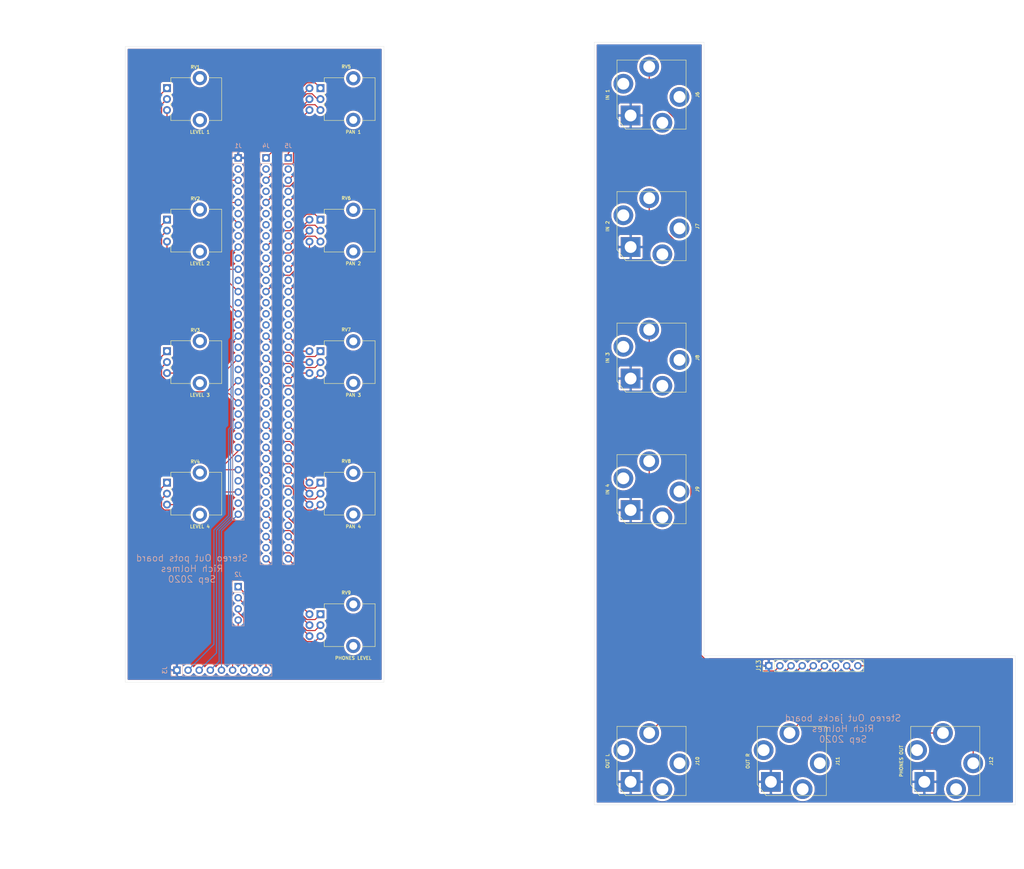
<source format=kicad_pcb>
(kicad_pcb (version 20171130) (host pcbnew 5.1.6-c6e7f7d~87~ubuntu20.04.1)
  (layers (0 F.Cu signal) (31 B.Cu signal) (34 B.Paste user) (35 F.Paste user) (36 B.SilkS user) (37 F.SilkS user) (38 B.Mask user) (39 F.Mask user) (44 Edge.Cuts user))
  (net 0 "")
  (net 1 /IN4)
  (net 2 "Net-(J1-Pad32)")
  (net 3 /LEV4_3)
  (net 4 "Net-(J1-Pad30)")
  (net 5 /LEV4_2)
  (net 6 "Net-(J1-Pad28)")
  (net 7 /LEV4_1)
  (net 8 "Net-(J1-Pad26)")
  (net 9 /IN3)
  (net 10 "Net-(J1-Pad24)")
  (net 11 /LEV3_3)
  (net 12 "Net-(J1-Pad22)")
  (net 13 /LEV3_2)
  (net 14 "Net-(J1-Pad20)")
  (net 15 /LEV3_1)
  (net 16 "Net-(J1-Pad18)")
  (net 17 /IN2)
  (net 18 "Net-(J1-Pad16)")
  (net 19 /LEV2_3)
  (net 20 "Net-(J1-Pad14)")
  (net 21 /LEV2_2)
  (net 22 "Net-(J1-Pad12)")
  (net 23 /LEV2_1)
  (net 24 "Net-(J1-Pad10)")
  (net 25 /IN1)
  (net 26 "Net-(J1-Pad8)")
  (net 27 /LEV1_3)
  (net 28 "Net-(J1-Pad6)")
  (net 29 /LEV1_2)
  (net 30 "Net-(J1-Pad4)")
  (net 31 /LEV1_1)
  (net 32 "Net-(J1-Pad2)")
  (net 33 GND)
  (net 34 /LO)
  (net 35 /RO)
  (net 36 /HL)
  (net 37 /HR)
  (net 38 /HVOL1_3)
  (net 39 "Net-(J4-Pad28)")
  (net 40 /HVOL1_2)
  (net 41 "Net-(J4-Pad26)")
  (net 42 /HVOL1_1)
  (net 43 "Net-(J4-Pad24)")
  (net 44 /PAN4_3)
  (net 45 "Net-(J4-Pad22)")
  (net 46 /PAN4_2)
  (net 47 "Net-(J4-Pad20)")
  (net 48 /PAN4_1)
  (net 49 "Net-(J4-Pad18)")
  (net 50 /PAN3_3)
  (net 51 "Net-(J4-Pad16)")
  (net 52 /PAN3_2)
  (net 53 "Net-(J4-Pad14)")
  (net 54 /PAN3_1)
  (net 55 "Net-(J4-Pad12)")
  (net 56 /PAN2_3)
  (net 57 "Net-(J4-Pad10)")
  (net 58 /PAN2_2)
  (net 59 "Net-(J4-Pad8)")
  (net 60 /PAN2_1)
  (net 61 "Net-(J4-Pad6)")
  (net 62 /PAN1_3)
  (net 63 "Net-(J4-Pad4)")
  (net 64 /PAN1_2)
  (net 65 "Net-(J4-Pad2)")
  (net 66 /PAN1_1)
  (net 67 /HVOL1_6)
  (net 68 "Net-(J5-Pad28)")
  (net 69 /HVOL1_5)
  (net 70 "Net-(J5-Pad26)")
  (net 71 /HVOL1_4)
  (net 72 "Net-(J5-Pad24)")
  (net 73 /PAN4_6)
  (net 74 "Net-(J5-Pad22)")
  (net 75 /PAN4_5)
  (net 76 "Net-(J5-Pad20)")
  (net 77 /PAN4_4)
  (net 78 "Net-(J5-Pad18)")
  (net 79 /PAN3_6)
  (net 80 "Net-(J5-Pad16)")
  (net 81 /PAN3_5)
  (net 82 "Net-(J5-Pad14)")
  (net 83 /PAN3_4)
  (net 84 "Net-(J5-Pad12)")
  (net 85 /PAN2_6)
  (net 86 "Net-(J5-Pad10)")
  (net 87 /PAN2_5)
  (net 88 "Net-(J5-Pad8)")
  (net 89 /PAN2_4)
  (net 90 "Net-(J5-Pad6)")
  (net 91 /PAN1_6)
  (net 92 "Net-(J5-Pad4)")
  (net 93 /PAN1_5)
  (net 94 "Net-(J5-Pad2)")
  (net 95 /PAN1_4)
  (net 96 "Net-(J4-Pad36)")
  (net 97 "Net-(J4-Pad34)")
  (net 98 "Net-(J4-Pad32)")
  (net 99 "Net-(J4-Pad31)")
  (net 100 "Net-(J4-Pad30)")
  (net 101 "Net-(J4-Pad23)")
  (net 102 "Net-(J4-Pad15)")
  (net 103 "Net-(J4-Pad7)")
  (net 104 "Net-(J5-Pad36)")
  (net 105 "Net-(J5-Pad34)")
  (net 106 "Net-(J5-Pad32)")
  (net 107 "Net-(J5-Pad31)")
  (net 108 "Net-(J5-Pad30)")
  (net 109 "Net-(J5-Pad29)")
  (net 110 "Net-(J5-Pad15)")
  (net 111 "Net-(J5-Pad7)")
  (net 112 "Net-(J13-Pad2)")
  (net 113 "Net-(J13-Pad3)")
  (net 114 "Net-(J13-Pad4)")
  (net 115 "Net-(J13-Pad5)")
  (net 116 "Net-(J10-PadT)")
  (net 117 "Net-(J11-PadT)")
  (net 118 "Net-(J12-PadR)")
  (net 119 "Net-(J12-PadT)")
  (module ao_tht:Potentiometer_Alpha_RD902F-40-00D_Dual_Vertical_CircularHoles_centered (layer F.Cu) (at 97 57)
    (fp_text reference RV6 (at -1.63 -7.4 180) (layer F.SilkS) (effects (font (size 0.75 0.75))))
    (fp_text value R_POT)
    (fp_text user "PAN 2" (at 0 7.5) (layer F.SilkS) (effects (font (size 0.75 0.75))))
    (pad 1 thru_hole rect (at -7.5 -2.5 90) (size 1.8 1.8) (drill 1) (layers *.Cu *.Mask) (net 60 /PAN2_1))
    (pad 2 thru_hole circle (at -7.5 0 90) (size 1.8 1.8) (drill 1) (layers *.Cu *.Mask) (net 58 /PAN2_2))
    (pad 3 thru_hole circle (at -7.5 2.5 90) (size 1.8 1.8) (drill 1) (layers *.Cu *.Mask) (net 56 /PAN2_3))
    (pad "" thru_hole circle (at 0 4.75 90) (size 3.24 3.24) (drill 1.8) (layers *.Cu *.Mask))
    (pad "" thru_hole circle (at 0 -4.75 90) (size 3.24 3.24) (drill 1.8) (layers *.Cu *.Mask))
    (pad 6 thru_hole circle (at -10 2.5 90) (size 1.8 1.8) (drill 1) (layers *.Cu *.Mask) (net 85 /PAN2_6))
    (pad 5 thru_hole circle (at -10 0 90) (size 1.8 1.8) (drill 1) (layers *.Cu *.Mask) (net 87 /PAN2_5))
    (pad 4 thru_hole circle (at -10 -2.5 90) (size 1.8 1.8) (drill 1) (layers *.Cu *.Mask) (net 89 /PAN2_4))
  )
  (module Connector_PinSocket_2.54mm:PinSocket_1x09_P2.54mm_Vertical (layer B.Cu) (at 56.77 157.26 270)
    (fp_text reference J3 (at 0 2.77 270) (layer B.SilkS) (effects (justify mirror)))
    (fp_text value Conn_01x09)
    (pad 1 thru_hole rect (at 0 0 270) (size 1.7 1.7) (drill 1) (layers *.Cu *.Mask) (net 33 GND))
    (pad 2 thru_hole oval (at 0 -2.54 270) (size 1.7 1.7) (drill 1) (layers *.Cu *.Mask) (net 25 /IN1))
    (pad 3 thru_hole oval (at 0 -5.08 270) (size 1.7 1.7) (drill 1) (layers *.Cu *.Mask) (net 17 /IN2))
    (pad 4 thru_hole oval (at 0 -7.62 270) (size 1.7 1.7) (drill 1) (layers *.Cu *.Mask) (net 9 /IN3))
    (pad 5 thru_hole oval (at 0 -10.16 270) (size 1.7 1.7) (drill 1) (layers *.Cu *.Mask) (net 1 /IN4))
    (pad 6 thru_hole oval (at 0 -12.7 270) (size 1.7 1.7) (drill 1) (layers *.Cu *.Mask) (net 34 /LO))
    (pad 7 thru_hole oval (at 0 -15.24 270) (size 1.7 1.7) (drill 1) (layers *.Cu *.Mask) (net 35 /RO))
    (pad 8 thru_hole oval (at 0 -17.78 270) (size 1.7 1.7) (drill 1) (layers *.Cu *.Mask) (net 36 /HL))
    (pad 9 thru_hole oval (at 0 -20.32 270) (size 1.7 1.7) (drill 1) (layers *.Cu *.Mask) (net 37 /HR))
  )
  (module ao_tht:Potentiometer_Alpha_RD902F-40-00D_Dual_Vertical_CircularHoles_centered (layer F.Cu) (at 97 87)
    (fp_text reference RV7 (at -1.63 -7.4 180) (layer F.SilkS) (effects (font (size 0.75 0.75))))
    (fp_text value R_POT)
    (fp_text user "PAN 3" (at 0 7.5) (layer F.SilkS) (effects (font (size 0.75 0.75))))
    (pad 1 thru_hole rect (at -7.5 -2.5 90) (size 1.8 1.8) (drill 1) (layers *.Cu *.Mask) (net 54 /PAN3_1))
    (pad 2 thru_hole circle (at -7.5 0 90) (size 1.8 1.8) (drill 1) (layers *.Cu *.Mask) (net 52 /PAN3_2))
    (pad 3 thru_hole circle (at -7.5 2.5 90) (size 1.8 1.8) (drill 1) (layers *.Cu *.Mask) (net 50 /PAN3_3))
    (pad "" thru_hole circle (at 0 4.75 90) (size 3.24 3.24) (drill 1.8) (layers *.Cu *.Mask))
    (pad "" thru_hole circle (at 0 -4.75 90) (size 3.24 3.24) (drill 1.8) (layers *.Cu *.Mask))
    (pad 6 thru_hole circle (at -10 2.5 90) (size 1.8 1.8) (drill 1) (layers *.Cu *.Mask) (net 79 /PAN3_6))
    (pad 5 thru_hole circle (at -10 0 90) (size 1.8 1.8) (drill 1) (layers *.Cu *.Mask) (net 81 /PAN3_5))
    (pad 4 thru_hole circle (at -10 -2.5 90) (size 1.8 1.8) (drill 1) (layers *.Cu *.Mask) (net 83 /PAN3_4))
  )
  (module ao_tht:Potentiometer_Alpha_RD902F-40-00D_Dual_Vertical_CircularHoles_centered (layer F.Cu) (at 97 147)
    (fp_text reference RV9 (at -1.63 -7.4 180) (layer F.SilkS) (effects (font (size 0.75 0.75))))
    (fp_text value R_POT)
    (fp_text user "PHONES LEVEL" (at 0 7.5) (layer F.SilkS) (effects (font (size 0.75 0.75))))
    (pad 1 thru_hole rect (at -7.5 -2.5 90) (size 1.8 1.8) (drill 1) (layers *.Cu *.Mask) (net 42 /HVOL1_1))
    (pad 2 thru_hole circle (at -7.5 0 90) (size 1.8 1.8) (drill 1) (layers *.Cu *.Mask) (net 40 /HVOL1_2))
    (pad 3 thru_hole circle (at -7.5 2.5 90) (size 1.8 1.8) (drill 1) (layers *.Cu *.Mask) (net 38 /HVOL1_3))
    (pad "" thru_hole circle (at 0 4.75 90) (size 3.24 3.24) (drill 1.8) (layers *.Cu *.Mask))
    (pad "" thru_hole circle (at 0 -4.75 90) (size 3.24 3.24) (drill 1.8) (layers *.Cu *.Mask))
    (pad 6 thru_hole circle (at -10 2.5 90) (size 1.8 1.8) (drill 1) (layers *.Cu *.Mask) (net 67 /HVOL1_6))
    (pad 5 thru_hole circle (at -10 0 90) (size 1.8 1.8) (drill 1) (layers *.Cu *.Mask) (net 69 /HVOL1_5))
    (pad 4 thru_hole circle (at -10 -2.5 90) (size 1.8 1.8) (drill 1) (layers *.Cu *.Mask) (net 71 /HVOL1_4))
  )
  (module Connector_PinSocket_2.54mm:PinSocket_1x37_P2.54mm_Vertical (layer B.Cu) (at 82.17 40.42 180)
    (fp_text reference J5 (at 0 2.77) (layer B.SilkS) (effects (justify mirror)))
    (fp_text value Conn_01x37)
    (pad 1 thru_hole rect (at 0 0 180) (size 1.7 1.7) (drill 1) (layers *.Cu *.Mask) (net 95 /PAN1_4))
    (pad 2 thru_hole oval (at 0 -2.54 180) (size 1.7 1.7) (drill 1) (layers *.Cu *.Mask) (net 94 "Net-(J5-Pad2)"))
    (pad 3 thru_hole oval (at 0 -5.08 180) (size 1.7 1.7) (drill 1) (layers *.Cu *.Mask) (net 93 /PAN1_5))
    (pad 4 thru_hole oval (at 0 -7.62 180) (size 1.7 1.7) (drill 1) (layers *.Cu *.Mask) (net 92 "Net-(J5-Pad4)"))
    (pad 5 thru_hole oval (at 0 -10.16 180) (size 1.7 1.7) (drill 1) (layers *.Cu *.Mask) (net 91 /PAN1_6))
    (pad 6 thru_hole oval (at 0 -12.7 180) (size 1.7 1.7) (drill 1) (layers *.Cu *.Mask) (net 90 "Net-(J5-Pad6)"))
    (pad 7 thru_hole oval (at 0 -15.24 180) (size 1.7 1.7) (drill 1) (layers *.Cu *.Mask) (net 111 "Net-(J5-Pad7)"))
    (pad 8 thru_hole oval (at 0 -17.78 180) (size 1.7 1.7) (drill 1) (layers *.Cu *.Mask) (net 88 "Net-(J5-Pad8)"))
    (pad 9 thru_hole oval (at 0 -20.32 180) (size 1.7 1.7) (drill 1) (layers *.Cu *.Mask) (net 89 /PAN2_4))
    (pad 10 thru_hole oval (at 0 -22.86 180) (size 1.7 1.7) (drill 1) (layers *.Cu *.Mask) (net 86 "Net-(J5-Pad10)"))
    (pad 11 thru_hole oval (at 0 -25.4 180) (size 1.7 1.7) (drill 1) (layers *.Cu *.Mask) (net 87 /PAN2_5))
    (pad 12 thru_hole oval (at 0 -27.94 180) (size 1.7 1.7) (drill 1) (layers *.Cu *.Mask) (net 84 "Net-(J5-Pad12)"))
    (pad 13 thru_hole oval (at 0 -30.48 180) (size 1.7 1.7) (drill 1) (layers *.Cu *.Mask) (net 85 /PAN2_6))
    (pad 14 thru_hole oval (at 0 -33.02 180) (size 1.7 1.7) (drill 1) (layers *.Cu *.Mask) (net 82 "Net-(J5-Pad14)"))
    (pad 15 thru_hole oval (at 0 -35.56 180) (size 1.7 1.7) (drill 1) (layers *.Cu *.Mask) (net 110 "Net-(J5-Pad15)"))
    (pad 16 thru_hole oval (at 0 -38.1 180) (size 1.7 1.7) (drill 1) (layers *.Cu *.Mask) (net 80 "Net-(J5-Pad16)"))
    (pad 17 thru_hole oval (at 0 -40.64 180) (size 1.7 1.7) (drill 1) (layers *.Cu *.Mask) (net 83 /PAN3_4))
    (pad 18 thru_hole oval (at 0 -43.18 180) (size 1.7 1.7) (drill 1) (layers *.Cu *.Mask) (net 78 "Net-(J5-Pad18)"))
    (pad 19 thru_hole oval (at 0 -45.72 180) (size 1.7 1.7) (drill 1) (layers *.Cu *.Mask) (net 81 /PAN3_5))
    (pad 20 thru_hole oval (at 0 -48.26 180) (size 1.7 1.7) (drill 1) (layers *.Cu *.Mask) (net 76 "Net-(J5-Pad20)"))
    (pad 21 thru_hole oval (at 0 -50.8 180) (size 1.7 1.7) (drill 1) (layers *.Cu *.Mask) (net 79 /PAN3_6))
    (pad 22 thru_hole oval (at 0 -53.34 180) (size 1.7 1.7) (drill 1) (layers *.Cu *.Mask) (net 74 "Net-(J5-Pad22)"))
    (pad 23 thru_hole oval (at 0 -55.88 180) (size 1.7 1.7) (drill 1) (layers *.Cu *.Mask) (net 77 /PAN4_4))
    (pad 24 thru_hole oval (at 0 -58.42 180) (size 1.7 1.7) (drill 1) (layers *.Cu *.Mask) (net 72 "Net-(J5-Pad24)"))
    (pad 25 thru_hole oval (at 0 -60.96 180) (size 1.7 1.7) (drill 1) (layers *.Cu *.Mask) (net 75 /PAN4_5))
    (pad 26 thru_hole oval (at 0 -63.5 180) (size 1.7 1.7) (drill 1) (layers *.Cu *.Mask) (net 70 "Net-(J5-Pad26)"))
    (pad 27 thru_hole oval (at 0 -66.04 180) (size 1.7 1.7) (drill 1) (layers *.Cu *.Mask) (net 73 /PAN4_6))
    (pad 28 thru_hole oval (at 0 -68.58 180) (size 1.7 1.7) (drill 1) (layers *.Cu *.Mask) (net 68 "Net-(J5-Pad28)"))
    (pad 29 thru_hole oval (at 0 -71.12 180) (size 1.7 1.7) (drill 1) (layers *.Cu *.Mask) (net 109 "Net-(J5-Pad29)"))
    (pad 30 thru_hole oval (at 0 -73.66 180) (size 1.7 1.7) (drill 1) (layers *.Cu *.Mask) (net 108 "Net-(J5-Pad30)"))
    (pad 31 thru_hole oval (at 0 -76.2 180) (size 1.7 1.7) (drill 1) (layers *.Cu *.Mask) (net 107 "Net-(J5-Pad31)"))
    (pad 32 thru_hole oval (at 0 -78.74 180) (size 1.7 1.7) (drill 1) (layers *.Cu *.Mask) (net 106 "Net-(J5-Pad32)"))
    (pad 33 thru_hole oval (at 0 -81.28 180) (size 1.7 1.7) (drill 1) (layers *.Cu *.Mask) (net 71 /HVOL1_4))
    (pad 34 thru_hole oval (at 0 -83.82 180) (size 1.7 1.7) (drill 1) (layers *.Cu *.Mask) (net 105 "Net-(J5-Pad34)"))
    (pad 35 thru_hole oval (at 0 -86.36 180) (size 1.7 1.7) (drill 1) (layers *.Cu *.Mask) (net 69 /HVOL1_5))
    (pad 36 thru_hole oval (at 0 -88.9 180) (size 1.7 1.7) (drill 1) (layers *.Cu *.Mask) (net 104 "Net-(J5-Pad36)"))
    (pad 37 thru_hole oval (at 0 -91.44 180) (size 1.7 1.7) (drill 1) (layers *.Cu *.Mask) (net 67 /HVOL1_6))
  )
  (module Connector_PinSocket_2.54mm:PinSocket_1x37_P2.54mm_Vertical (layer B.Cu) (at 77.09 40.42 180)
    (fp_text reference J4 (at 0 2.77) (layer B.SilkS) (effects (justify mirror)))
    (fp_text value Conn_01x37)
    (pad 37 thru_hole oval (at 0 -91.44 180) (size 1.7 1.7) (drill 1) (layers *.Cu *.Mask) (net 38 /HVOL1_3))
    (pad 36 thru_hole oval (at 0 -88.9 180) (size 1.7 1.7) (drill 1) (layers *.Cu *.Mask) (net 96 "Net-(J4-Pad36)"))
    (pad 35 thru_hole oval (at 0 -86.36 180) (size 1.7 1.7) (drill 1) (layers *.Cu *.Mask) (net 40 /HVOL1_2))
    (pad 34 thru_hole oval (at 0 -83.82 180) (size 1.7 1.7) (drill 1) (layers *.Cu *.Mask) (net 97 "Net-(J4-Pad34)"))
    (pad 33 thru_hole oval (at 0 -81.28 180) (size 1.7 1.7) (drill 1) (layers *.Cu *.Mask) (net 42 /HVOL1_1))
    (pad 32 thru_hole oval (at 0 -78.74 180) (size 1.7 1.7) (drill 1) (layers *.Cu *.Mask) (net 98 "Net-(J4-Pad32)"))
    (pad 31 thru_hole oval (at 0 -76.2 180) (size 1.7 1.7) (drill 1) (layers *.Cu *.Mask) (net 99 "Net-(J4-Pad31)"))
    (pad 30 thru_hole oval (at 0 -73.66 180) (size 1.7 1.7) (drill 1) (layers *.Cu *.Mask) (net 100 "Net-(J4-Pad30)"))
    (pad 29 thru_hole oval (at 0 -71.12 180) (size 1.7 1.7) (drill 1) (layers *.Cu *.Mask) (net 44 /PAN4_3))
    (pad 28 thru_hole oval (at 0 -68.58 180) (size 1.7 1.7) (drill 1) (layers *.Cu *.Mask) (net 39 "Net-(J4-Pad28)"))
    (pad 27 thru_hole oval (at 0 -66.04 180) (size 1.7 1.7) (drill 1) (layers *.Cu *.Mask) (net 46 /PAN4_2))
    (pad 26 thru_hole oval (at 0 -63.5 180) (size 1.7 1.7) (drill 1) (layers *.Cu *.Mask) (net 41 "Net-(J4-Pad26)"))
    (pad 25 thru_hole oval (at 0 -60.96 180) (size 1.7 1.7) (drill 1) (layers *.Cu *.Mask) (net 48 /PAN4_1))
    (pad 24 thru_hole oval (at 0 -58.42 180) (size 1.7 1.7) (drill 1) (layers *.Cu *.Mask) (net 43 "Net-(J4-Pad24)"))
    (pad 23 thru_hole oval (at 0 -55.88 180) (size 1.7 1.7) (drill 1) (layers *.Cu *.Mask) (net 101 "Net-(J4-Pad23)"))
    (pad 22 thru_hole oval (at 0 -53.34 180) (size 1.7 1.7) (drill 1) (layers *.Cu *.Mask) (net 45 "Net-(J4-Pad22)"))
    (pad 21 thru_hole oval (at 0 -50.8 180) (size 1.7 1.7) (drill 1) (layers *.Cu *.Mask) (net 50 /PAN3_3))
    (pad 20 thru_hole oval (at 0 -48.26 180) (size 1.7 1.7) (drill 1) (layers *.Cu *.Mask) (net 47 "Net-(J4-Pad20)"))
    (pad 19 thru_hole oval (at 0 -45.72 180) (size 1.7 1.7) (drill 1) (layers *.Cu *.Mask) (net 52 /PAN3_2))
    (pad 18 thru_hole oval (at 0 -43.18 180) (size 1.7 1.7) (drill 1) (layers *.Cu *.Mask) (net 49 "Net-(J4-Pad18)"))
    (pad 17 thru_hole oval (at 0 -40.64 180) (size 1.7 1.7) (drill 1) (layers *.Cu *.Mask) (net 54 /PAN3_1))
    (pad 16 thru_hole oval (at 0 -38.1 180) (size 1.7 1.7) (drill 1) (layers *.Cu *.Mask) (net 51 "Net-(J4-Pad16)"))
    (pad 15 thru_hole oval (at 0 -35.56 180) (size 1.7 1.7) (drill 1) (layers *.Cu *.Mask) (net 102 "Net-(J4-Pad15)"))
    (pad 14 thru_hole oval (at 0 -33.02 180) (size 1.7 1.7) (drill 1) (layers *.Cu *.Mask) (net 53 "Net-(J4-Pad14)"))
    (pad 13 thru_hole oval (at 0 -30.48 180) (size 1.7 1.7) (drill 1) (layers *.Cu *.Mask) (net 56 /PAN2_3))
    (pad 12 thru_hole oval (at 0 -27.94 180) (size 1.7 1.7) (drill 1) (layers *.Cu *.Mask) (net 55 "Net-(J4-Pad12)"))
    (pad 11 thru_hole oval (at 0 -25.4 180) (size 1.7 1.7) (drill 1) (layers *.Cu *.Mask) (net 58 /PAN2_2))
    (pad 10 thru_hole oval (at 0 -22.86 180) (size 1.7 1.7) (drill 1) (layers *.Cu *.Mask) (net 57 "Net-(J4-Pad10)"))
    (pad 9 thru_hole oval (at 0 -20.32 180) (size 1.7 1.7) (drill 1) (layers *.Cu *.Mask) (net 60 /PAN2_1))
    (pad 8 thru_hole oval (at 0 -17.78 180) (size 1.7 1.7) (drill 1) (layers *.Cu *.Mask) (net 59 "Net-(J4-Pad8)"))
    (pad 7 thru_hole oval (at 0 -15.24 180) (size 1.7 1.7) (drill 1) (layers *.Cu *.Mask) (net 103 "Net-(J4-Pad7)"))
    (pad 6 thru_hole oval (at 0 -12.7 180) (size 1.7 1.7) (drill 1) (layers *.Cu *.Mask) (net 61 "Net-(J4-Pad6)"))
    (pad 5 thru_hole oval (at 0 -10.16 180) (size 1.7 1.7) (drill 1) (layers *.Cu *.Mask) (net 62 /PAN1_3))
    (pad 4 thru_hole oval (at 0 -7.62 180) (size 1.7 1.7) (drill 1) (layers *.Cu *.Mask) (net 63 "Net-(J4-Pad4)"))
    (pad 3 thru_hole oval (at 0 -5.08 180) (size 1.7 1.7) (drill 1) (layers *.Cu *.Mask) (net 64 /PAN1_2))
    (pad 2 thru_hole oval (at 0 -2.54 180) (size 1.7 1.7) (drill 1) (layers *.Cu *.Mask) (net 65 "Net-(J4-Pad2)"))
    (pad 1 thru_hole rect (at 0 0 180) (size 1.7 1.7) (drill 1) (layers *.Cu *.Mask) (net 66 /PAN1_1))
  )
  (module ao_tht:Potentiometer_Alpha_RD901F-40-00D_Single_Vertical_CircularHoles_centered (layer F.Cu) (at 62 27)
    (fp_text reference RV1 (at -1.05 -7.3 180) (layer F.SilkS) (effects (font (size 0.75 0.75))))
    (fp_text value R_POT)
    (fp_text user "LEVEL 1" (at 0 7.5) (layer F.SilkS) (effects (font (size 0.75 0.75))))
    (pad 1 thru_hole rect (at -7.5 -2.5 90) (size 1.8 1.8) (drill 1) (layers *.Cu *.Mask) (net 27 /LEV1_3))
    (pad 2 thru_hole circle (at -7.5 0 90) (size 1.8 1.8) (drill 1) (layers *.Cu *.Mask) (net 29 /LEV1_2))
    (pad 3 thru_hole circle (at -7.5 2.5 90) (size 1.8 1.8) (drill 1) (layers *.Cu *.Mask) (net 31 /LEV1_1))
    (pad "" thru_hole circle (at 0 4.8 90) (size 3.24 3.24) (drill 1.8) (layers *.Cu *.Mask))
    (pad "" thru_hole circle (at 0 -4.8 90) (size 3.24 3.24) (drill 1.8) (layers *.Cu *.Mask))
  )
  (module Connector_PinSocket_2.54mm:PinSocket_1x33_P2.54mm_Vertical (layer B.Cu) (at 70.74 40.42 180)
    (fp_text reference J1 (at 0 2.77) (layer B.SilkS) (effects (justify mirror)))
    (fp_text value Conn_01x33)
    (pad 33 thru_hole oval (at 0 -81.28 180) (size 1.7 1.7) (drill 1) (layers *.Cu *.Mask) (net 1 /IN4))
    (pad 32 thru_hole oval (at 0 -78.74 180) (size 1.7 1.7) (drill 1) (layers *.Cu *.Mask) (net 2 "Net-(J1-Pad32)"))
    (pad 31 thru_hole oval (at 0 -76.2 180) (size 1.7 1.7) (drill 1) (layers *.Cu *.Mask) (net 3 /LEV4_3))
    (pad 30 thru_hole oval (at 0 -73.66 180) (size 1.7 1.7) (drill 1) (layers *.Cu *.Mask) (net 4 "Net-(J1-Pad30)"))
    (pad 29 thru_hole oval (at 0 -71.12 180) (size 1.7 1.7) (drill 1) (layers *.Cu *.Mask) (net 5 /LEV4_2))
    (pad 28 thru_hole oval (at 0 -68.58 180) (size 1.7 1.7) (drill 1) (layers *.Cu *.Mask) (net 6 "Net-(J1-Pad28)"))
    (pad 27 thru_hole oval (at 0 -66.04 180) (size 1.7 1.7) (drill 1) (layers *.Cu *.Mask) (net 7 /LEV4_1))
    (pad 26 thru_hole oval (at 0 -63.5 180) (size 1.7 1.7) (drill 1) (layers *.Cu *.Mask) (net 8 "Net-(J1-Pad26)"))
    (pad 25 thru_hole oval (at 0 -60.96 180) (size 1.7 1.7) (drill 1) (layers *.Cu *.Mask) (net 9 /IN3))
    (pad 24 thru_hole oval (at 0 -58.42 180) (size 1.7 1.7) (drill 1) (layers *.Cu *.Mask) (net 10 "Net-(J1-Pad24)"))
    (pad 23 thru_hole oval (at 0 -55.88 180) (size 1.7 1.7) (drill 1) (layers *.Cu *.Mask) (net 11 /LEV3_3))
    (pad 22 thru_hole oval (at 0 -53.34 180) (size 1.7 1.7) (drill 1) (layers *.Cu *.Mask) (net 12 "Net-(J1-Pad22)"))
    (pad 21 thru_hole oval (at 0 -50.8 180) (size 1.7 1.7) (drill 1) (layers *.Cu *.Mask) (net 13 /LEV3_2))
    (pad 20 thru_hole oval (at 0 -48.26 180) (size 1.7 1.7) (drill 1) (layers *.Cu *.Mask) (net 14 "Net-(J1-Pad20)"))
    (pad 19 thru_hole oval (at 0 -45.72 180) (size 1.7 1.7) (drill 1) (layers *.Cu *.Mask) (net 15 /LEV3_1))
    (pad 18 thru_hole oval (at 0 -43.18 180) (size 1.7 1.7) (drill 1) (layers *.Cu *.Mask) (net 16 "Net-(J1-Pad18)"))
    (pad 17 thru_hole oval (at 0 -40.64 180) (size 1.7 1.7) (drill 1) (layers *.Cu *.Mask) (net 17 /IN2))
    (pad 16 thru_hole oval (at 0 -38.1 180) (size 1.7 1.7) (drill 1) (layers *.Cu *.Mask) (net 18 "Net-(J1-Pad16)"))
    (pad 15 thru_hole oval (at 0 -35.56 180) (size 1.7 1.7) (drill 1) (layers *.Cu *.Mask) (net 19 /LEV2_3))
    (pad 14 thru_hole oval (at 0 -33.02 180) (size 1.7 1.7) (drill 1) (layers *.Cu *.Mask) (net 20 "Net-(J1-Pad14)"))
    (pad 13 thru_hole oval (at 0 -30.48 180) (size 1.7 1.7) (drill 1) (layers *.Cu *.Mask) (net 21 /LEV2_2))
    (pad 12 thru_hole oval (at 0 -27.94 180) (size 1.7 1.7) (drill 1) (layers *.Cu *.Mask) (net 22 "Net-(J1-Pad12)"))
    (pad 11 thru_hole oval (at 0 -25.4 180) (size 1.7 1.7) (drill 1) (layers *.Cu *.Mask) (net 23 /LEV2_1))
    (pad 10 thru_hole oval (at 0 -22.86 180) (size 1.7 1.7) (drill 1) (layers *.Cu *.Mask) (net 24 "Net-(J1-Pad10)"))
    (pad 9 thru_hole oval (at 0 -20.32 180) (size 1.7 1.7) (drill 1) (layers *.Cu *.Mask) (net 25 /IN1))
    (pad 8 thru_hole oval (at 0 -17.78 180) (size 1.7 1.7) (drill 1) (layers *.Cu *.Mask) (net 26 "Net-(J1-Pad8)"))
    (pad 7 thru_hole oval (at 0 -15.24 180) (size 1.7 1.7) (drill 1) (layers *.Cu *.Mask) (net 27 /LEV1_3))
    (pad 6 thru_hole oval (at 0 -12.7 180) (size 1.7 1.7) (drill 1) (layers *.Cu *.Mask) (net 28 "Net-(J1-Pad6)"))
    (pad 5 thru_hole oval (at 0 -10.16 180) (size 1.7 1.7) (drill 1) (layers *.Cu *.Mask) (net 29 /LEV1_2))
    (pad 4 thru_hole oval (at 0 -7.62 180) (size 1.7 1.7) (drill 1) (layers *.Cu *.Mask) (net 30 "Net-(J1-Pad4)"))
    (pad 3 thru_hole oval (at 0 -5.08 180) (size 1.7 1.7) (drill 1) (layers *.Cu *.Mask) (net 31 /LEV1_1))
    (pad 2 thru_hole oval (at 0 -2.54 180) (size 1.7 1.7) (drill 1) (layers *.Cu *.Mask) (net 32 "Net-(J1-Pad2)"))
    (pad 1 thru_hole rect (at 0 0 180) (size 1.7 1.7) (drill 1) (layers *.Cu *.Mask) (net 33 GND))
  )
  (module Connector_PinSocket_2.54mm:PinSocket_1x04_P2.54mm_Vertical (layer B.Cu) (at 70.74 138.21 180)
    (fp_text reference J2 (at 0 2.77) (layer B.SilkS) (effects (justify mirror)))
    (fp_text value Conn_01x04)
    (pad 4 thru_hole oval (at 0 -7.62 180) (size 1.7 1.7) (drill 1) (layers *.Cu *.Mask) (net 34 /LO))
    (pad 3 thru_hole oval (at 0 -5.08 180) (size 1.7 1.7) (drill 1) (layers *.Cu *.Mask) (net 35 /RO))
    (pad 2 thru_hole oval (at 0 -2.54 180) (size 1.7 1.7) (drill 1) (layers *.Cu *.Mask) (net 36 /HL))
    (pad 1 thru_hole rect (at 0 0 180) (size 1.7 1.7) (drill 1) (layers *.Cu *.Mask) (net 37 /HR))
  )
  (module ao_tht:Potentiometer_Alpha_RD901F-40-00D_Single_Vertical_CircularHoles_centered (layer F.Cu) (at 62 57)
    (fp_text reference RV2 (at -1.05 -7.3 180) (layer F.SilkS) (effects (font (size 0.75 0.75))))
    (fp_text value R_POT)
    (fp_text user "LEVEL 2" (at 0 7.5) (layer F.SilkS) (effects (font (size 0.75 0.75))))
    (pad "" thru_hole circle (at 0 -4.8 90) (size 3.24 3.24) (drill 1.8) (layers *.Cu *.Mask))
    (pad "" thru_hole circle (at 0 4.8 90) (size 3.24 3.24) (drill 1.8) (layers *.Cu *.Mask))
    (pad 3 thru_hole circle (at -7.5 2.5 90) (size 1.8 1.8) (drill 1) (layers *.Cu *.Mask) (net 23 /LEV2_1))
    (pad 2 thru_hole circle (at -7.5 0 90) (size 1.8 1.8) (drill 1) (layers *.Cu *.Mask) (net 21 /LEV2_2))
    (pad 1 thru_hole rect (at -7.5 -2.5 90) (size 1.8 1.8) (drill 1) (layers *.Cu *.Mask) (net 19 /LEV2_3))
  )
  (module ao_tht:Potentiometer_Alpha_RD902F-40-00D_Dual_Vertical_CircularHoles_centered (layer F.Cu) (at 97 27)
    (fp_text reference RV5 (at -1.63 -7.4 180) (layer F.SilkS) (effects (font (size 0.75 0.75))))
    (fp_text value R_POT)
    (fp_text user "PAN 1" (at 0 7.5) (layer F.SilkS) (effects (font (size 0.75 0.75))))
    (pad 1 thru_hole rect (at -7.5 -2.5 90) (size 1.8 1.8) (drill 1) (layers *.Cu *.Mask) (net 66 /PAN1_1))
    (pad 2 thru_hole circle (at -7.5 0 90) (size 1.8 1.8) (drill 1) (layers *.Cu *.Mask) (net 64 /PAN1_2))
    (pad 3 thru_hole circle (at -7.5 2.5 90) (size 1.8 1.8) (drill 1) (layers *.Cu *.Mask) (net 62 /PAN1_3))
    (pad "" thru_hole circle (at 0 4.75 90) (size 3.24 3.24) (drill 1.8) (layers *.Cu *.Mask))
    (pad "" thru_hole circle (at 0 -4.75 90) (size 3.24 3.24) (drill 1.8) (layers *.Cu *.Mask))
    (pad 6 thru_hole circle (at -10 2.5 90) (size 1.8 1.8) (drill 1) (layers *.Cu *.Mask) (net 91 /PAN1_6))
    (pad 5 thru_hole circle (at -10 0 90) (size 1.8 1.8) (drill 1) (layers *.Cu *.Mask) (net 93 /PAN1_5))
    (pad 4 thru_hole circle (at -10 -2.5 90) (size 1.8 1.8) (drill 1) (layers *.Cu *.Mask) (net 95 /PAN1_4))
  )
  (module ao_tht:Potentiometer_Alpha_RD901F-40-00D_Single_Vertical_CircularHoles_centered (layer F.Cu) (at 62 117)
    (fp_text reference RV4 (at -1.05 -7.3 180) (layer F.SilkS) (effects (font (size 0.75 0.75))))
    (fp_text value R_POT)
    (fp_text user "LEVEL 4" (at 0 7.5) (layer F.SilkS) (effects (font (size 0.75 0.75))))
    (pad "" thru_hole circle (at 0 -4.8 90) (size 3.24 3.24) (drill 1.8) (layers *.Cu *.Mask))
    (pad "" thru_hole circle (at 0 4.8 90) (size 3.24 3.24) (drill 1.8) (layers *.Cu *.Mask))
    (pad 3 thru_hole circle (at -7.5 2.5 90) (size 1.8 1.8) (drill 1) (layers *.Cu *.Mask) (net 7 /LEV4_1))
    (pad 2 thru_hole circle (at -7.5 0 90) (size 1.8 1.8) (drill 1) (layers *.Cu *.Mask) (net 5 /LEV4_2))
    (pad 1 thru_hole rect (at -7.5 -2.5 90) (size 1.8 1.8) (drill 1) (layers *.Cu *.Mask) (net 3 /LEV4_3))
  )
  (module ao_tht:Potentiometer_Alpha_RD902F-40-00D_Dual_Vertical_CircularHoles_centered (layer F.Cu) (at 97 117)
    (fp_text reference RV8 (at -1.63 -7.4 180) (layer F.SilkS) (effects (font (size 0.75 0.75))))
    (fp_text value R_POT)
    (fp_text user "PAN 4" (at 0 7.5) (layer F.SilkS) (effects (font (size 0.75 0.75))))
    (pad 1 thru_hole rect (at -7.5 -2.5 90) (size 1.8 1.8) (drill 1) (layers *.Cu *.Mask) (net 48 /PAN4_1))
    (pad 2 thru_hole circle (at -7.5 0 90) (size 1.8 1.8) (drill 1) (layers *.Cu *.Mask) (net 46 /PAN4_2))
    (pad 3 thru_hole circle (at -7.5 2.5 90) (size 1.8 1.8) (drill 1) (layers *.Cu *.Mask) (net 44 /PAN4_3))
    (pad "" thru_hole circle (at 0 4.75 90) (size 3.24 3.24) (drill 1.8) (layers *.Cu *.Mask))
    (pad "" thru_hole circle (at 0 -4.75 90) (size 3.24 3.24) (drill 1.8) (layers *.Cu *.Mask))
    (pad 6 thru_hole circle (at -10 2.5 90) (size 1.8 1.8) (drill 1) (layers *.Cu *.Mask) (net 109 "Net-(J5-Pad29)"))
    (pad 5 thru_hole circle (at -10 0 90) (size 1.8 1.8) (drill 1) (layers *.Cu *.Mask) (net 73 /PAN4_6))
    (pad 4 thru_hole circle (at -10 -2.5 90) (size 1.8 1.8) (drill 1) (layers *.Cu *.Mask) (net 75 /PAN4_5))
  )
  (module ao_tht:Potentiometer_Alpha_RD901F-40-00D_Single_Vertical_CircularHoles_centered (layer F.Cu) (at 62 87)
    (fp_text reference RV3 (at -1.05 -7.3 180) (layer F.SilkS) (effects (font (size 0.75 0.75))))
    (fp_text value R_POT)
    (fp_text user "LEVEL 3" (at 0 7.5) (layer F.SilkS) (effects (font (size 0.75 0.75))))
    (pad "" thru_hole circle (at 0 -4.8 90) (size 3.24 3.24) (drill 1.8) (layers *.Cu *.Mask))
    (pad "" thru_hole circle (at 0 4.8 90) (size 3.24 3.24) (drill 1.8) (layers *.Cu *.Mask))
    (pad 3 thru_hole circle (at -7.5 2.5 90) (size 1.8 1.8) (drill 1) (layers *.Cu *.Mask) (net 15 /LEV3_1))
    (pad 2 thru_hole circle (at -7.5 0 90) (size 1.8 1.8) (drill 1) (layers *.Cu *.Mask) (net 13 /LEV3_2))
    (pad 1 thru_hole rect (at -7.5 -2.5 90) (size 1.8 1.8) (drill 1) (layers *.Cu *.Mask) (net 11 /LEV3_3))
  )
  (module stereoout:stereo_outs_panel_holes (layer F.Cu) (at 65 104)
    (fp_text reference G*** hide)
    (fp_text value LOGO hide)
  )
  (module ao_tht:Jack_6.35mm_PJ_629HAN (layer F.Cu) (at 165 26 270)
    (fp_text reference J6 (at 0 -10.5 90) (layer F.SilkS) (effects (font (size 0.75 0.75))))
    (fp_text value AudioJack2)
    (fp_text user "IN 1" (at 0 10 90) (layer F.SilkS) (effects (font (size 0.75 0.75))))
    (pad RN thru_hole circle (at 6.4 -2.5 270) (size 4.500001 4.500001) (drill 2.7) (layers *.Cu *.Mask))
    (pad TN thru_hole circle (at -2.5 6.4 270) (size 4.5 4.5) (drill 2.7) (layers *.Cu *.Mask))
    (pad R thru_hole circle (at 0.5 -6.4 270) (size 4.500001 4.500001) (drill 2.7) (layers *.Cu *.Mask))
    (pad S thru_hole rect (at 4.74 4.74 270) (size 4.500001 4.500001) (drill 2.7) (layers *.Cu *.Mask) (net 33 GND))
    (pad T thru_hole circle (at -6.4 0.5 270) (size 4.5 4.5) (drill 2.7) (layers *.Cu *.Mask) (net 112 "Net-(J13-Pad2)"))
  )
  (module Connector_PinHeader_2.54mm:PinHeader_1x09_P2.54mm_Vertical (layer F.Cu) (at 191.77 156.26 90)
    (fp_text reference J13 (at 0 -2.33 90) (layer F.SilkS))
    (fp_text value Conn_01x09)
    (pad 9 thru_hole oval (at 0 20.32 90) (size 1.7 1.7) (drill 1) (layers *.Cu *.Mask) (net 118 "Net-(J12-PadR)"))
    (pad 8 thru_hole oval (at 0 17.78 90) (size 1.7 1.7) (drill 1) (layers *.Cu *.Mask) (net 119 "Net-(J12-PadT)"))
    (pad 7 thru_hole oval (at 0 15.24 90) (size 1.7 1.7) (drill 1) (layers *.Cu *.Mask) (net 117 "Net-(J11-PadT)"))
    (pad 6 thru_hole oval (at 0 12.7 90) (size 1.7 1.7) (drill 1) (layers *.Cu *.Mask) (net 116 "Net-(J10-PadT)"))
    (pad 5 thru_hole oval (at 0 10.16 90) (size 1.7 1.7) (drill 1) (layers *.Cu *.Mask) (net 115 "Net-(J13-Pad5)"))
    (pad 4 thru_hole oval (at 0 7.62 90) (size 1.7 1.7) (drill 1) (layers *.Cu *.Mask) (net 114 "Net-(J13-Pad4)"))
    (pad 3 thru_hole oval (at 0 5.08 90) (size 1.7 1.7) (drill 1) (layers *.Cu *.Mask) (net 113 "Net-(J13-Pad3)"))
    (pad 2 thru_hole oval (at 0 2.54 90) (size 1.7 1.7) (drill 1) (layers *.Cu *.Mask) (net 112 "Net-(J13-Pad2)"))
    (pad 1 thru_hole rect (at 0 0 90) (size 1.7 1.7) (drill 1) (layers *.Cu *.Mask) (net 33 GND))
  )
  (module ao_tht:Jack_6.35mm_PJ_629HAN (layer F.Cu) (at 165 56 270)
    (fp_text reference J7 (at 0 -10.5 90) (layer F.SilkS) (effects (font (size 0.75 0.75))))
    (fp_text value AudioJack2)
    (fp_text user "IN 2" (at 0 10 90) (layer F.SilkS) (effects (font (size 0.75 0.75))))
    (pad RN thru_hole circle (at 6.4 -2.5 270) (size 4.500001 4.500001) (drill 2.7) (layers *.Cu *.Mask))
    (pad TN thru_hole circle (at -2.5 6.4 270) (size 4.5 4.5) (drill 2.7) (layers *.Cu *.Mask))
    (pad R thru_hole circle (at 0.5 -6.4 270) (size 4.500001 4.500001) (drill 2.7) (layers *.Cu *.Mask))
    (pad S thru_hole rect (at 4.74 4.74 270) (size 4.500001 4.500001) (drill 2.7) (layers *.Cu *.Mask) (net 33 GND))
    (pad T thru_hole circle (at -6.4 0.5 270) (size 4.5 4.5) (drill 2.7) (layers *.Cu *.Mask) (net 113 "Net-(J13-Pad3)"))
  )
  (module ao_tht:Jack_6.35mm_PJ_629HAN (layer F.Cu) (at 232 178 270)
    (fp_text reference J12 (at 0 -10.5 90) (layer F.SilkS) (effects (font (size 0.75 0.75))))
    (fp_text value AudioJack3)
    (fp_text user "PHONES OUT" (at 0 10 90) (layer F.SilkS) (effects (font (size 0.75 0.75))))
    (pad RN thru_hole circle (at 6.4 -2.5 270) (size 4.500001 4.500001) (drill 2.7) (layers *.Cu *.Mask))
    (pad TN thru_hole circle (at -2.5 6.4 270) (size 4.5 4.5) (drill 2.7) (layers *.Cu *.Mask))
    (pad R thru_hole circle (at 0.5 -6.4 270) (size 4.500001 4.500001) (drill 2.7) (layers *.Cu *.Mask) (net 118 "Net-(J12-PadR)"))
    (pad S thru_hole rect (at 4.74 4.74 270) (size 4.500001 4.500001) (drill 2.7) (layers *.Cu *.Mask) (net 33 GND))
    (pad T thru_hole circle (at -6.4 0.5 270) (size 4.5 4.5) (drill 2.7) (layers *.Cu *.Mask) (net 119 "Net-(J12-PadT)"))
  )
  (module ao_tht:Jack_6.35mm_PJ_629HAN (layer F.Cu) (at 197 178 270)
    (fp_text reference J11 (at 0 -10.5 90) (layer F.SilkS) (effects (font (size 0.75 0.75))))
    (fp_text value AudioJack2)
    (fp_text user "OUT R" (at 0 10 90) (layer F.SilkS) (effects (font (size 0.75 0.75))))
    (pad RN thru_hole circle (at 6.4 -2.5 270) (size 4.500001 4.500001) (drill 2.7) (layers *.Cu *.Mask))
    (pad TN thru_hole circle (at -2.5 6.4 270) (size 4.5 4.5) (drill 2.7) (layers *.Cu *.Mask))
    (pad R thru_hole circle (at 0.5 -6.4 270) (size 4.500001 4.500001) (drill 2.7) (layers *.Cu *.Mask))
    (pad S thru_hole rect (at 4.74 4.74 270) (size 4.500001 4.500001) (drill 2.7) (layers *.Cu *.Mask) (net 33 GND))
    (pad T thru_hole circle (at -6.4 0.5 270) (size 4.5 4.5) (drill 2.7) (layers *.Cu *.Mask) (net 117 "Net-(J11-PadT)"))
  )
  (module ao_tht:Jack_6.35mm_PJ_629HAN (layer F.Cu) (at 165 116 270)
    (fp_text reference J9 (at 0 -10.5 90) (layer F.SilkS) (effects (font (size 0.75 0.75))))
    (fp_text value AudioJack2)
    (fp_text user "IN 4" (at 0 10 90) (layer F.SilkS) (effects (font (size 0.75 0.75))))
    (pad RN thru_hole circle (at 6.4 -2.5 270) (size 4.500001 4.500001) (drill 2.7) (layers *.Cu *.Mask))
    (pad TN thru_hole circle (at -2.5 6.4 270) (size 4.5 4.5) (drill 2.7) (layers *.Cu *.Mask))
    (pad R thru_hole circle (at 0.5 -6.4 270) (size 4.500001 4.500001) (drill 2.7) (layers *.Cu *.Mask))
    (pad S thru_hole rect (at 4.74 4.74 270) (size 4.500001 4.500001) (drill 2.7) (layers *.Cu *.Mask) (net 33 GND))
    (pad T thru_hole circle (at -6.4 0.5 270) (size 4.5 4.5) (drill 2.7) (layers *.Cu *.Mask) (net 115 "Net-(J13-Pad5)"))
  )
  (module ao_tht:Jack_6.35mm_PJ_629HAN (layer F.Cu) (at 165 86 270)
    (fp_text reference J8 (at 0 -10.5 90) (layer F.SilkS) (effects (font (size 0.75 0.75))))
    (fp_text value AudioJack2)
    (fp_text user "IN 3" (at 0 10 90) (layer F.SilkS) (effects (font (size 0.75 0.75))))
    (pad RN thru_hole circle (at 6.4 -2.5 270) (size 4.500001 4.500001) (drill 2.7) (layers *.Cu *.Mask))
    (pad TN thru_hole circle (at -2.5 6.4 270) (size 4.5 4.5) (drill 2.7) (layers *.Cu *.Mask))
    (pad R thru_hole circle (at 0.5 -6.4 270) (size 4.500001 4.500001) (drill 2.7) (layers *.Cu *.Mask))
    (pad S thru_hole rect (at 4.74 4.74 270) (size 4.500001 4.500001) (drill 2.7) (layers *.Cu *.Mask) (net 33 GND))
    (pad T thru_hole circle (at -6.4 0.5 270) (size 4.5 4.5) (drill 2.7) (layers *.Cu *.Mask) (net 114 "Net-(J13-Pad4)"))
  )
  (module ao_tht:Jack_6.35mm_PJ_629HAN (layer F.Cu) (at 165 178 270)
    (fp_text reference J10 (at 0 -10.5 90) (layer F.SilkS) (effects (font (size 0.75 0.75))))
    (fp_text value AudioJack2)
    (fp_text user "OUT L" (at 0 10 90) (layer F.SilkS) (effects (font (size 0.75 0.75))))
    (pad RN thru_hole circle (at 6.4 -2.5 270) (size 4.500001 4.500001) (drill 2.7) (layers *.Cu *.Mask))
    (pad TN thru_hole circle (at -2.5 6.4 270) (size 4.5 4.5) (drill 2.7) (layers *.Cu *.Mask))
    (pad R thru_hole circle (at 0.5 -6.4 270) (size 4.500001 4.500001) (drill 2.7) (layers *.Cu *.Mask))
    (pad S thru_hole rect (at 4.74 4.74 270) (size 4.500001 4.500001) (drill 2.7) (layers *.Cu *.Mask) (net 33 GND))
    (pad T thru_hole circle (at -6.4 0.5 270) (size 4.5 4.5) (drill 2.7) (layers *.Cu *.Mask) (net 116 "Net-(J10-PadT)"))
  )
  (module stereoout:stereo_outs_panel_holes (layer F.Cu) (at 200 103)
    (fp_text reference G*** hide)
    (fp_text value LOGO hide)
  )
  (gr_line (start 104 15) (end 104 160) (layer Edge.Cuts) (width 0.05))
  (gr_line (start 45 160) (end 45 15) (layer Edge.Cuts) (width 0.05))
  (gr_text "Stereo Out pots board\nRich Holmes\nSep 2020" (at 60.2 134.1) (layer B.SilkS) (effects (font (size 1.5 1.5)) (justify mirror)))
  (gr_line (start 45 15) (end 104 15) (layer Edge.Cuts) (width 0.05))
  (gr_line (start 104 160) (end 45 160) (layer Edge.Cuts) (width 0.05))
  (gr_line (start 177 14) (end 177 154) (layer Edge.Cuts) (width 0.05))
  (gr_line (start 248 188) (end 152 188) (layer Edge.Cuts) (width 0.05))
  (gr_line (start 152 14) (end 177 14) (layer Edge.Cuts) (width 0.05))
  (gr_line (start 177 154) (end 248 154) (layer Edge.Cuts) (width 0.05))
  (gr_line (start 248 154) (end 248 188) (layer Edge.Cuts) (width 0.05))
  (gr_text "Stereo Out jacks board\nRich Holmes\nSep 2020" (at 208.7 170.6) (layer B.SilkS) (effects (font (size 1.5 1.5)) (justify mirror)))
  (gr_line (start 152 188) (end 152 14) (layer Edge.Cuts) (width 0.05))
  (segment (start 66.93 125.51) (end 70.74 121.7) (width 0.25) (layer B.Cu) (net 1))
  (segment (start 66.93 157.26) (end 66.93 125.51) (width 0.25) (layer B.Cu) (net 1))
  (segment (start 52.82499 120.274402) (end 53.725599 121.175011) (width 0.25) (layer F.Cu) (net 3))
  (segment (start 58.564989 121.175011) (end 63.12 116.62) (width 0.25) (layer F.Cu) (net 3))
  (segment (start 63.12 116.62) (end 70.74 116.62) (width 0.25) (layer F.Cu) (net 3))
  (segment (start 54.5 114.5) (end 52.82499 116.17501) (width 0.25) (layer F.Cu) (net 3))
  (segment (start 53.725599 121.175011) (end 58.564989 121.175011) (width 0.25) (layer F.Cu) (net 3))
  (segment (start 52.82499 116.17501) (end 52.82499 120.274402) (width 0.25) (layer F.Cu) (net 3))
  (segment (start 53.274999 120.088001) (end 53.911999 120.725001) (width 0.25) (layer F.Cu) (net 5))
  (segment (start 53.911999 120.725001) (end 57.998999 120.725001) (width 0.25) (layer F.Cu) (net 5))
  (segment (start 57.998999 120.725001) (end 67.184 111.54) (width 0.25) (layer F.Cu) (net 5))
  (segment (start 67.184 111.54) (end 70.74 111.54) (width 0.25) (layer F.Cu) (net 5))
  (segment (start 53.274999 118.225001) (end 53.274999 120.088001) (width 0.25) (layer F.Cu) (net 5))
  (segment (start 54.5 117) (end 53.274999 118.225001) (width 0.25) (layer F.Cu) (net 5))
  (segment (start 58.500998 119.5) (end 70.74 107.260998) (width 0.25) (layer F.Cu) (net 7))
  (segment (start 54.5 119.5) (end 58.500998 119.5) (width 0.25) (layer F.Cu) (net 7))
  (segment (start 70.74 107.260998) (end 70.74 106.46) (width 0.25) (layer F.Cu) (net 7))
  (segment (start 66.4 155.25) (end 66.4 125.4) (width 0.25) (layer B.Cu) (net 9))
  (segment (start 69.46 102.66) (end 70.74 101.38) (width 0.25) (layer B.Cu) (net 9))
  (segment (start 64.39 157.26) (end 66.4 155.25) (width 0.25) (layer B.Cu) (net 9))
  (segment (start 66.4 125.4) (end 66.40359 125.4) (width 0.25) (layer B.Cu) (net 9))
  (segment (start 69.46 122.34359) (end 69.46 102.66) (width 0.25) (layer B.Cu) (net 9))
  (segment (start 66.40359 125.4) (end 69.46 122.34359) (width 0.25) (layer B.Cu) (net 9))
  (segment (start 52.82499 86.17501) (end 52.82499 90.274402) (width 0.25) (layer F.Cu) (net 11))
  (segment (start 52.82499 90.274402) (end 56.750588 94.2) (width 0.25) (layer F.Cu) (net 11))
  (segment (start 54.5 84.5) (end 52.82499 86.17501) (width 0.25) (layer F.Cu) (net 11))
  (segment (start 56.750588 94.2) (end 68.64 94.2) (width 0.25) (layer F.Cu) (net 11))
  (segment (start 68.64 94.2) (end 70.74 96.3) (width 0.25) (layer F.Cu) (net 11))
  (segment (start 54.5 87) (end 53.274999 88.225001) (width 0.25) (layer F.Cu) (net 13))
  (segment (start 53.274999 88.225001) (end 53.274999 90.088001) (width 0.25) (layer F.Cu) (net 13))
  (segment (start 68.214999 93.745001) (end 70.74 91.22) (width 0.25) (layer F.Cu) (net 13))
  (segment (start 56.931999 93.745001) (end 68.214999 93.745001) (width 0.25) (layer F.Cu) (net 13))
  (segment (start 53.274999 90.088001) (end 56.931999 93.745001) (width 0.25) (layer F.Cu) (net 13))
  (segment (start 54.5 89.5) (end 67.38 89.5) (width 0.25) (layer F.Cu) (net 15))
  (segment (start 67.38 89.5) (end 70.74 86.14) (width 0.25) (layer F.Cu) (net 15))
  (segment (start 61.85 157.26) (end 65.8 153.31) (width 0.25) (layer B.Cu) (net 17))
  (segment (start 67.06718 124.1) (end 69.00999 122.15719) (width 0.25) (layer B.Cu) (net 17))
  (segment (start 69.00999 122.15719) (end 69.009991 102.473599) (width 0.25) (layer B.Cu) (net 17))
  (segment (start 69.009991 102.473599) (end 69.564999 101.918591) (width 0.25) (layer B.Cu) (net 17))
  (segment (start 65.8 125.36359) (end 67.06359 124.1) (width 0.25) (layer B.Cu) (net 17))
  (segment (start 67.06359 124.1) (end 67.06718 124.1) (width 0.25) (layer B.Cu) (net 17))
  (segment (start 69.564999 101.918591) (end 69.564999 82.235001) (width 0.25) (layer B.Cu) (net 17))
  (segment (start 69.564999 82.235001) (end 70.74 81.06) (width 0.25) (layer B.Cu) (net 17))
  (segment (start 65.8 153.31) (end 65.8 125.36359) (width 0.25) (layer B.Cu) (net 17))
  (segment (start 54.5 54.5) (end 52.82499 56.17501) (width 0.25) (layer F.Cu) (net 19))
  (segment (start 61.480022 66.720022) (end 69.890001 75.130001) (width 0.25) (layer F.Cu) (net 19))
  (segment (start 58.9372 66.720022) (end 61.480022 66.720022) (width 0.25) (layer F.Cu) (net 19))
  (segment (start 52.82499 56.17501) (end 52.82499 60.607812) (width 0.25) (layer F.Cu) (net 19))
  (segment (start 69.890001 75.130001) (end 70.74 75.98) (width 0.25) (layer F.Cu) (net 19))
  (segment (start 52.82499 60.607812) (end 58.9372 66.720022) (width 0.25) (layer F.Cu) (net 19))
  (segment (start 54.5 57) (end 53.274999 58.225001) (width 0.25) (layer F.Cu) (net 21))
  (segment (start 66.110011 66.270011) (end 69.890001 70.050001) (width 0.25) (layer F.Cu) (net 21))
  (segment (start 53.274999 58.225001) (end 53.274999 60.42141) (width 0.25) (layer F.Cu) (net 21))
  (segment (start 53.274999 60.42141) (end 59.1236 66.270011) (width 0.25) (layer F.Cu) (net 21))
  (segment (start 59.1236 66.270011) (end 66.110011 66.270011) (width 0.25) (layer F.Cu) (net 21))
  (segment (start 69.890001 70.050001) (end 70.74 70.9) (width 0.25) (layer F.Cu) (net 21))
  (segment (start 54.5 61.01) (end 59.31 65.82) (width 0.25) (layer F.Cu) (net 23))
  (segment (start 59.31 65.82) (end 70.74 65.82) (width 0.25) (layer F.Cu) (net 23))
  (segment (start 54.5 59.5) (end 54.5 61.01) (width 0.25) (layer F.Cu) (net 23))
  (segment (start 68.559981 121.970789) (end 68.13077 122.4) (width 0.25) (layer B.Cu) (net 25))
  (segment (start 68.12718 122.4) (end 65.2 125.32718) (width 0.25) (layer B.Cu) (net 25))
  (segment (start 69.564999 61.915001) (end 69.564999 81.598591) (width 0.25) (layer B.Cu) (net 25))
  (segment (start 68.559981 102.287199) (end 68.559981 121.970789) (width 0.25) (layer B.Cu) (net 25))
  (segment (start 69.114989 82.048601) (end 69.114989 101.732191) (width 0.25) (layer B.Cu) (net 25))
  (segment (start 69.114989 101.732191) (end 68.559981 102.287199) (width 0.25) (layer B.Cu) (net 25))
  (segment (start 69.564999 81.598591) (end 69.114989 82.048601) (width 0.25) (layer B.Cu) (net 25))
  (segment (start 65.2 125.32718) (end 65.2 151.37) (width 0.25) (layer B.Cu) (net 25))
  (segment (start 70.74 60.74) (end 69.564999 61.915001) (width 0.25) (layer B.Cu) (net 25))
  (segment (start 65.2 151.37) (end 59.31 157.26) (width 0.25) (layer B.Cu) (net 25))
  (segment (start 68.13077 122.4) (end 68.12718 122.4) (width 0.25) (layer B.Cu) (net 25))
  (segment (start 52.82499 26.17501) (end 52.82499 37.49099) (width 0.25) (layer F.Cu) (net 27))
  (segment (start 52.82499 37.49099) (end 70.74 55.406) (width 0.25) (layer F.Cu) (net 27))
  (segment (start 54.5 24.5) (end 52.82499 26.17501) (width 0.25) (layer F.Cu) (net 27))
  (segment (start 70.74 55.406) (end 70.74 55.66) (width 0.25) (layer F.Cu) (net 27))
  (segment (start 53.274999 37.178999) (end 66.676 50.58) (width 0.25) (layer F.Cu) (net 29))
  (segment (start 54.5 27) (end 53.274999 28.225001) (width 0.25) (layer F.Cu) (net 29))
  (segment (start 53.274999 28.225001) (end 53.274999 37.178999) (width 0.25) (layer F.Cu) (net 29))
  (segment (start 66.676 50.58) (end 70.74 50.58) (width 0.25) (layer F.Cu) (net 29))
  (segment (start 54.5 29.5) (end 54.5 37.642) (width 0.25) (layer F.Cu) (net 31))
  (segment (start 54.5 37.642) (end 62.358 45.5) (width 0.25) (layer F.Cu) (net 31))
  (segment (start 62.358 45.5) (end 70.74 45.5) (width 0.25) (layer F.Cu) (net 31))
  (segment (start 70.74 145.83) (end 70.74 150.91) (width 0.25) (layer F.Cu) (net 34))
  (segment (start 69.47 157.26) (end 69.47 152.18) (width 0.25) (layer F.Cu) (net 34))
  (segment (start 70.74 150.91) (end 69.47 152.18) (width 0.25) (layer F.Cu) (net 34))
  (segment (start 70.74 144.090998) (end 70.74 143.29) (width 0.25) (layer F.Cu) (net 35))
  (segment (start 72.01 145.360998) (end 70.74 144.090998) (width 0.25) (layer F.Cu) (net 35))
  (segment (start 72.01 157.26) (end 72.01 145.360998) (width 0.25) (layer F.Cu) (net 35))
  (segment (start 74.55 144.56) (end 70.74 140.75) (width 0.25) (layer F.Cu) (net 36))
  (segment (start 74.55 157.26) (end 74.55 144.56) (width 0.25) (layer F.Cu) (net 36))
  (segment (start 70.74 138.21) (end 77.09 144.56) (width 0.25) (layer F.Cu) (net 37))
  (segment (start 77.09 157.26) (end 77.09 152.18) (width 0.25) (layer F.Cu) (net 37))
  (segment (start 77.09 144.56) (end 77.09 152.18) (width 0.25) (layer F.Cu) (net 37))
  (segment (start 82.6 146.913002) (end 82.6 137.37) (width 0.25) (layer F.Cu) (net 38))
  (segment (start 82.6 137.37) (end 77.09 131.86) (width 0.25) (layer F.Cu) (net 38))
  (segment (start 86.411999 150.725001) (end 82.6 146.913002) (width 0.25) (layer F.Cu) (net 38))
  (segment (start 89.5 149.5) (end 88.274999 150.725001) (width 0.25) (layer F.Cu) (net 38))
  (segment (start 88.274999 150.725001) (end 86.411999 150.725001) (width 0.25) (layer F.Cu) (net 38))
  (segment (start 80.805001 130.495001) (end 77.09 126.78) (width 0.25) (layer F.Cu) (net 40))
  (segment (start 89.5 147) (end 88.274999 148.225001) (width 0.25) (layer F.Cu) (net 40))
  (segment (start 88.274999 148.225001) (end 86.411999 148.225001) (width 0.25) (layer F.Cu) (net 40))
  (segment (start 83.6 131.550998) (end 82.544003 130.495001) (width 0.25) (layer F.Cu) (net 40))
  (segment (start 86.411999 148.225001) (end 83.6 145.413002) (width 0.25) (layer F.Cu) (net 40))
  (segment (start 82.544003 130.495001) (end 80.805001 130.495001) (width 0.25) (layer F.Cu) (net 40))
  (segment (start 83.6 145.413002) (end 83.6 131.550998) (width 0.25) (layer F.Cu) (net 40))
  (segment (start 88.274999 145.725001) (end 86.411999 145.725001) (width 0.25) (layer F.Cu) (net 42))
  (segment (start 89.5 144.5) (end 88.274999 145.725001) (width 0.25) (layer F.Cu) (net 42))
  (segment (start 86.411999 145.725001) (end 84.513989 143.826991) (width 0.25) (layer F.Cu) (net 42))
  (segment (start 84.513989 127.384987) (end 82.544003 125.415001) (width 0.25) (layer F.Cu) (net 42))
  (segment (start 82.544003 125.415001) (end 80.805001 125.415001) (width 0.25) (layer F.Cu) (net 42))
  (segment (start 80.805001 125.415001) (end 77.09 121.7) (width 0.25) (layer F.Cu) (net 42))
  (segment (start 84.513989 143.826991) (end 84.513989 127.384987) (width 0.25) (layer F.Cu) (net 42))
  (segment (start 89.5 119.5) (end 88.274999 120.725001) (width 0.25) (layer F.Cu) (net 44))
  (segment (start 82.544003 115.255001) (end 80.805001 115.255001) (width 0.25) (layer F.Cu) (net 44))
  (segment (start 80.805001 115.255001) (end 77.09 111.54) (width 0.25) (layer F.Cu) (net 44))
  (segment (start 88.274999 120.725001) (end 86.411999 120.725001) (width 0.25) (layer F.Cu) (net 44))
  (segment (start 83.345001 117.658003) (end 83.345001 116.055999) (width 0.25) (layer F.Cu) (net 44))
  (segment (start 83.345001 116.055999) (end 82.544003 115.255001) (width 0.25) (layer F.Cu) (net 44))
  (segment (start 86.411999 120.725001) (end 83.345001 117.658003) (width 0.25) (layer F.Cu) (net 44))
  (segment (start 82.544003 110.175001) (end 80.805001 110.175001) (width 0.25) (layer F.Cu) (net 46))
  (segment (start 80.805001 110.175001) (end 77.09 106.46) (width 0.25) (layer F.Cu) (net 46))
  (segment (start 89.5 117) (end 88.274999 118.225001) (width 0.25) (layer F.Cu) (net 46))
  (segment (start 86.411999 118.225001) (end 84.71 116.523002) (width 0.25) (layer F.Cu) (net 46))
  (segment (start 88.274999 118.225001) (end 86.411999 118.225001) (width 0.25) (layer F.Cu) (net 46))
  (segment (start 84.71 112.340998) (end 82.544003 110.175001) (width 0.25) (layer F.Cu) (net 46))
  (segment (start 84.71 116.523002) (end 84.71 112.340998) (width 0.25) (layer F.Cu) (net 46))
  (segment (start 89.5 114.5) (end 88.274999 115.725001) (width 0.25) (layer F.Cu) (net 48))
  (segment (start 82.544003 105.095001) (end 80.805001 105.095001) (width 0.25) (layer F.Cu) (net 48))
  (segment (start 85.66801 114.981012) (end 85.66801 108.219008) (width 0.25) (layer F.Cu) (net 48))
  (segment (start 85.66801 108.219008) (end 82.544003 105.095001) (width 0.25) (layer F.Cu) (net 48))
  (segment (start 88.274999 115.725001) (end 86.411999 115.725001) (width 0.25) (layer F.Cu) (net 48))
  (segment (start 80.805001 105.095001) (end 77.09 101.38) (width 0.25) (layer F.Cu) (net 48))
  (segment (start 86.411999 115.725001) (end 85.66801 114.981012) (width 0.25) (layer F.Cu) (net 48))
  (segment (start 78.265001 92.395001) (end 77.09 91.22) (width 0.25) (layer F.Cu) (net 50))
  (segment (start 89.5 89.5) (end 86.604999 92.395001) (width 0.25) (layer F.Cu) (net 50))
  (segment (start 86.604999 92.395001) (end 78.265001 92.395001) (width 0.25) (layer F.Cu) (net 50))
  (segment (start 83.454003 88.225001) (end 82.544003 87.315001) (width 0.25) (layer F.Cu) (net 52))
  (segment (start 82.544003 87.315001) (end 78.265001 87.315001) (width 0.25) (layer F.Cu) (net 52))
  (segment (start 89.5 87) (end 88.274999 88.225001) (width 0.25) (layer F.Cu) (net 52))
  (segment (start 78.265001 87.315001) (end 77.09 86.14) (width 0.25) (layer F.Cu) (net 52))
  (segment (start 88.274999 88.225001) (end 83.454003 88.225001) (width 0.25) (layer F.Cu) (net 52))
  (segment (start 82.544003 84.775001) (end 80.805001 84.775001) (width 0.25) (layer F.Cu) (net 54))
  (segment (start 88.274999 85.725001) (end 83.494003 85.725001) (width 0.25) (layer F.Cu) (net 54))
  (segment (start 89.5 84.5) (end 88.274999 85.725001) (width 0.25) (layer F.Cu) (net 54))
  (segment (start 83.494003 85.725001) (end 82.544003 84.775001) (width 0.25) (layer F.Cu) (net 54))
  (segment (start 80.805001 84.775001) (end 77.09 81.06) (width 0.25) (layer F.Cu) (net 54))
  (segment (start 89.5 59.5) (end 88.274999 58.274999) (width 0.25) (layer F.Cu) (net 56))
  (segment (start 88.274999 58.274999) (end 86.411999 58.274999) (width 0.25) (layer F.Cu) (net 56))
  (segment (start 80.805001 67.184999) (end 77.09 70.9) (width 0.25) (layer F.Cu) (net 56))
  (segment (start 85.41401 64.314992) (end 82.544003 67.184999) (width 0.25) (layer F.Cu) (net 56))
  (segment (start 82.544003 67.184999) (end 80.805001 67.184999) (width 0.25) (layer F.Cu) (net 56))
  (segment (start 86.411999 58.274999) (end 85.41401 59.272988) (width 0.25) (layer F.Cu) (net 56))
  (segment (start 85.41401 59.272988) (end 85.41401 64.314992) (width 0.25) (layer F.Cu) (net 56))
  (segment (start 84.456 60.193002) (end 82.544003 62.104999) (width 0.25) (layer F.Cu) (net 58))
  (segment (start 80.805001 62.104999) (end 77.09 65.82) (width 0.25) (layer F.Cu) (net 58))
  (segment (start 82.544003 62.104999) (end 80.805001 62.104999) (width 0.25) (layer F.Cu) (net 58))
  (segment (start 84.456 57.730998) (end 84.456 60.193002) (width 0.25) (layer F.Cu) (net 58))
  (segment (start 86.411999 55.774999) (end 84.456 57.730998) (width 0.25) (layer F.Cu) (net 58))
  (segment (start 88.274999 55.774999) (end 86.411999 55.774999) (width 0.25) (layer F.Cu) (net 58))
  (segment (start 89.5 57) (end 88.274999 55.774999) (width 0.25) (layer F.Cu) (net 58))
  (segment (start 82.583001 57.024999) (end 80.805001 57.024999) (width 0.25) (layer F.Cu) (net 60))
  (segment (start 80.805001 57.024999) (end 77.09 60.74) (width 0.25) (layer F.Cu) (net 60))
  (segment (start 88.274999 53.274999) (end 86.333001 53.274999) (width 0.25) (layer F.Cu) (net 60))
  (segment (start 89.5 54.5) (end 88.274999 53.274999) (width 0.25) (layer F.Cu) (net 60))
  (segment (start 86.333001 53.274999) (end 82.583001 57.024999) (width 0.25) (layer F.Cu) (net 60))
  (segment (start 88.274999 28.274999) (end 86.411999 28.274999) (width 0.25) (layer F.Cu) (net 62))
  (segment (start 86.411999 28.274999) (end 84.259989 30.427009) (width 0.25) (layer F.Cu) (net 62))
  (segment (start 80.805001 46.864999) (end 77.09 50.58) (width 0.25) (layer F.Cu) (net 62))
  (segment (start 89.5 29.5) (end 88.274999 28.274999) (width 0.25) (layer F.Cu) (net 62))
  (segment (start 82.544003 46.864999) (end 80.805001 46.864999) (width 0.25) (layer F.Cu) (net 62))
  (segment (start 84.259989 30.427009) (end 84.259989 45.149013) (width 0.25) (layer F.Cu) (net 62))
  (segment (start 84.259989 45.149013) (end 82.544003 46.864999) (width 0.25) (layer F.Cu) (net 62))
  (segment (start 88.813002 27) (end 87.588001 25.774999) (width 0.25) (layer F.Cu) (net 64))
  (segment (start 86.411999 25.774999) (end 83.345001 28.841997) (width 0.25) (layer F.Cu) (net 64))
  (segment (start 83.090003 41.784999) (end 80.805001 41.784999) (width 0.25) (layer F.Cu) (net 64))
  (segment (start 83.345001 28.841997) (end 83.345001 41.530001) (width 0.25) (layer F.Cu) (net 64))
  (segment (start 87.588001 25.774999) (end 86.411999 25.774999) (width 0.25) (layer F.Cu) (net 64))
  (segment (start 83.345001 41.530001) (end 83.090003 41.784999) (width 0.25) (layer F.Cu) (net 64))
  (segment (start 80.805001 41.784999) (end 77.09 45.5) (width 0.25) (layer F.Cu) (net 64))
  (segment (start 89.5 27) (end 88.813002 27) (width 0.25) (layer F.Cu) (net 64))
  (segment (start 86.411999 23.274999) (end 82.424 27.262998) (width 0.25) (layer F.Cu) (net 66))
  (segment (start 89.5 24.5) (end 88.274999 23.274999) (width 0.25) (layer F.Cu) (net 66))
  (segment (start 82.424 27.262998) (end 82.424 35.086) (width 0.25) (layer F.Cu) (net 66))
  (segment (start 82.424 35.086) (end 77.09 40.42) (width 0.25) (layer F.Cu) (net 66))
  (segment (start 88.274999 23.274999) (end 86.411999 23.274999) (width 0.25) (layer F.Cu) (net 66))
  (segment (start 83.1 145.6) (end 83.1 132.79) (width 0.25) (layer F.Cu) (net 67))
  (segment (start 83.1 132.79) (end 82.17 131.86) (width 0.25) (layer F.Cu) (net 67))
  (segment (start 87 149.5) (end 83.1 145.6) (width 0.25) (layer F.Cu) (net 67))
  (segment (start 87 147) (end 84.063978 144.063978) (width 0.25) (layer F.Cu) (net 69))
  (segment (start 84.063978 128.673978) (end 82.17 126.78) (width 0.25) (layer F.Cu) (net 69))
  (segment (start 84.063978 144.063978) (end 84.063978 128.673978) (width 0.25) (layer F.Cu) (net 69))
  (segment (start 82.17 122.500998) (end 82.17 121.7) (width 0.25) (layer F.Cu) (net 71))
  (segment (start 84.964 125.294998) (end 82.17 122.500998) (width 0.25) (layer F.Cu) (net 71))
  (segment (start 84.964 142.464) (end 84.964 125.294998) (width 0.25) (layer F.Cu) (net 71))
  (segment (start 87 144.5) (end 84.964 142.464) (width 0.25) (layer F.Cu) (net 71))
  (segment (start 85.218 109.508) (end 82.17 106.46) (width 0.25) (layer F.Cu) (net 73))
  (segment (start 87 117) (end 85.218 115.218) (width 0.25) (layer F.Cu) (net 73))
  (segment (start 85.218 115.218) (end 85.218 109.508) (width 0.25) (layer F.Cu) (net 73))
  (segment (start 87 114.5) (end 86.234 113.734) (width 0.25) (layer F.Cu) (net 75))
  (segment (start 86.234 113.734) (end 86.234 105.444) (width 0.25) (layer F.Cu) (net 75))
  (segment (start 86.234 105.444) (end 82.17 101.38) (width 0.25) (layer F.Cu) (net 75))
  (segment (start 83.89 89.5) (end 82.17 91.22) (width 0.25) (layer F.Cu) (net 79))
  (segment (start 87 89.5) (end 83.89 89.5) (width 0.25) (layer F.Cu) (net 79))
  (segment (start 87 87) (end 83.03 87) (width 0.25) (layer F.Cu) (net 81))
  (segment (start 83.03 87) (end 82.17 86.14) (width 0.25) (layer F.Cu) (net 81))
  (segment (start 87 84.5) (end 85.61 84.5) (width 0.25) (layer F.Cu) (net 83))
  (segment (start 85.61 84.5) (end 82.17 81.06) (width 0.25) (layer F.Cu) (net 83))
  (segment (start 87 59.5) (end 87 66.07) (width 0.25) (layer F.Cu) (net 85))
  (segment (start 87 66.07) (end 82.17 70.9) (width 0.25) (layer F.Cu) (net 85))
  (segment (start 84.964 63.026) (end 82.17 65.82) (width 0.25) (layer F.Cu) (net 87))
  (segment (start 84.964 59.036) (end 84.964 63.026) (width 0.25) (layer F.Cu) (net 87))
  (segment (start 87 57) (end 84.964 59.036) (width 0.25) (layer F.Cu) (net 87))
  (segment (start 87 54.5) (end 83.948 57.552) (width 0.25) (layer F.Cu) (net 89))
  (segment (start 83.948 57.552) (end 83.948 58.962) (width 0.25) (layer F.Cu) (net 89))
  (segment (start 83.948 58.962) (end 82.17 60.74) (width 0.25) (layer F.Cu) (net 89))
  (segment (start 84.71 31.79) (end 84.71 48.04) (width 0.25) (layer F.Cu) (net 91))
  (segment (start 84.71 48.04) (end 82.17 50.58) (width 0.25) (layer F.Cu) (net 91))
  (segment (start 87 29.5) (end 84.71 31.79) (width 0.25) (layer F.Cu) (net 91))
  (segment (start 83.809978 43.860022) (end 82.17 45.5) (width 0.25) (layer F.Cu) (net 93))
  (segment (start 83.809978 30.190022) (end 83.809978 43.860022) (width 0.25) (layer F.Cu) (net 93))
  (segment (start 87 27) (end 83.809978 30.190022) (width 0.25) (layer F.Cu) (net 93))
  (segment (start 82.874011 38.615989) (end 82.17 39.32) (width 0.25) (layer F.Cu) (net 95))
  (segment (start 82.874011 28.625989) (end 82.874011 38.615989) (width 0.25) (layer F.Cu) (net 95))
  (segment (start 82.17 39.32) (end 82.17 40.42) (width 0.25) (layer F.Cu) (net 95))
  (segment (start 87 24.5) (end 82.874011 28.625989) (width 0.25) (layer F.Cu) (net 95))
  (segment (start 84.202 113.572) (end 82.17 111.54) (width 0.25) (layer F.Cu) (net 109))
  (segment (start 84.202 116.702) (end 84.202 113.572) (width 0.25) (layer F.Cu) (net 109))
  (segment (start 87 119.5) (end 84.202 116.702) (width 0.25) (layer F.Cu) (net 109))
  (segment (start 164.5 25.588998) (end 175 36.088998) (width 0.25) (layer F.Cu) (net 112))
  (segment (start 175 152.494988) (end 179.940013 157.435001) (width 0.25) (layer F.Cu) (net 112))
  (segment (start 164.5 19.6) (end 164.5 25.588998) (width 0.25) (layer F.Cu) (net 112))
  (segment (start 179.940013 157.435001) (end 193.134999 157.435001) (width 0.25) (layer F.Cu) (net 112))
  (segment (start 175 36.088998) (end 175 152.494988) (width 0.25) (layer F.Cu) (net 112))
  (segment (start 193.134999 157.435001) (end 194.31 156.26) (width 0.25) (layer F.Cu) (net 112))
  (segment (start 174.5 152.631398) (end 174.5 63.411002) (width 0.25) (layer F.Cu) (net 113))
  (segment (start 196.85 156.26) (end 195.22499 157.88501) (width 0.25) (layer F.Cu) (net 113))
  (segment (start 179.753612 157.88501) (end 174.5 152.631398) (width 0.25) (layer F.Cu) (net 113))
  (segment (start 174.5 63.411002) (end 164.5 53.411002) (width 0.25) (layer F.Cu) (net 113))
  (segment (start 164.5 53.411002) (end 164.5 49.6) (width 0.25) (layer F.Cu) (net 113))
  (segment (start 195.22499 157.88501) (end 179.753612 157.88501) (width 0.25) (layer F.Cu) (net 113))
  (segment (start 199.39 156.26) (end 197.31498 158.33502) (width 0.25) (layer F.Cu) (net 114))
  (segment (start 164.5 83.9) (end 164.5 79.6) (width 0.25) (layer F.Cu) (net 114))
  (segment (start 174 152.767808) (end 174 93.4) (width 0.25) (layer F.Cu) (net 114))
  (segment (start 197.31498 158.33502) (end 179.567212 158.33502) (width 0.25) (layer F.Cu) (net 114))
  (segment (start 174 93.4) (end 164.5 83.9) (width 0.25) (layer F.Cu) (net 114))
  (segment (start 179.567212 158.33502) (end 174 152.767808) (width 0.25) (layer F.Cu) (net 114))
  (segment (start 179.380812 158.78503) (end 199.40497 158.78503) (width 0.25) (layer F.Cu) (net 115))
  (segment (start 173.497891 152.902109) (end 179.380812 158.78503) (width 0.25) (layer F.Cu) (net 115))
  (segment (start 199.40497 158.78503) (end 201.93 156.26) (width 0.25) (layer F.Cu) (net 115))
  (segment (start 164.5 109.6) (end 164.5 115.588998) (width 0.25) (layer F.Cu) (net 115))
  (segment (start 173.497891 149.302109) (end 173.497891 152.902109) (width 0.25) (layer F.Cu) (net 115))
  (segment (start 164.5 115.588998) (end 173.5 124.588998) (width 0.25) (layer F.Cu) (net 115))
  (segment (start 173.5 149.3) (end 173.497891 149.302109) (width 0.25) (layer F.Cu) (net 115))
  (segment (start 173.5 124.588998) (end 173.5 149.3) (width 0.25) (layer F.Cu) (net 115))
  (segment (start 164.5 171.6) (end 176.8 159.3) (width 0.25) (layer F.Cu) (net 116))
  (segment (start 176.8 159.3) (end 201.43 159.3) (width 0.25) (layer F.Cu) (net 116))
  (segment (start 201.43 159.3) (end 204.47 156.26) (width 0.25) (layer F.Cu) (net 116))
  (segment (start 207.01 156.26) (end 207.01 161.09) (width 0.25) (layer F.Cu) (net 117))
  (segment (start 207.01 161.09) (end 196.5 171.6) (width 0.25) (layer F.Cu) (net 117))
  (segment (start 238.4 169.3) (end 225.36 156.26) (width 0.25) (layer F.Cu) (net 118))
  (segment (start 238.4 178.5) (end 238.4 169.3) (width 0.25) (layer F.Cu) (net 118))
  (segment (start 225.36 156.26) (end 212.09 156.26) (width 0.25) (layer F.Cu) (net 118))
  (segment (start 231.5 171.6) (end 224.89 171.6) (width 0.25) (layer F.Cu) (net 119))
  (segment (start 224.89 171.6) (end 209.55 156.26) (width 0.25) (layer F.Cu) (net 119))
  (zone (net 33) (net_name GND) (layer B.Cu) (connect_pads (clearance 0.508)) (min_thickness 0.254) (fill yes (arc_segments 32) (thermal_gap 0.508) (thermal_bridge_width 0.508))
    (polygon (pts (xy 179 152) (xy 250 152) (xy 250 190) (xy 150 190) (xy 150 12) (xy 179 12)))
  )
  (zone (net 33) (net_name GND) (layer F.Cu) (connect_pads (clearance 0.508)) (min_thickness 0.254) (fill yes (arc_segments 32) (thermal_gap 0.508) (thermal_bridge_width 0.508))
    (polygon (pts (xy 179 152) (xy 250 152) (xy 250 190) (xy 150 190) (xy 150 12) (xy 179 12)))
  )
  (zone (net 33) (net_name GND) (layer B.Cu) (connect_pads (clearance 0.508)) (min_thickness 0.254) (fill yes (arc_segments 32) (thermal_gap 0.508) (thermal_bridge_width 0.508))
    (polygon (pts (xy 117 191) (xy 17 191) (xy 17 13) (xy 117 13)))
  )
  (zone (net 33) (net_name GND) (layer F.Cu) (connect_pads (clearance 0.508)) (min_thickness 0.254) (fill yes (arc_segments 32) (thermal_gap 0.508) (thermal_bridge_width 0.508))
    (polygon (pts (xy 117 191) (xy 17 191) (xy 17 13) (xy 117 13)))
  )
)
</source>
